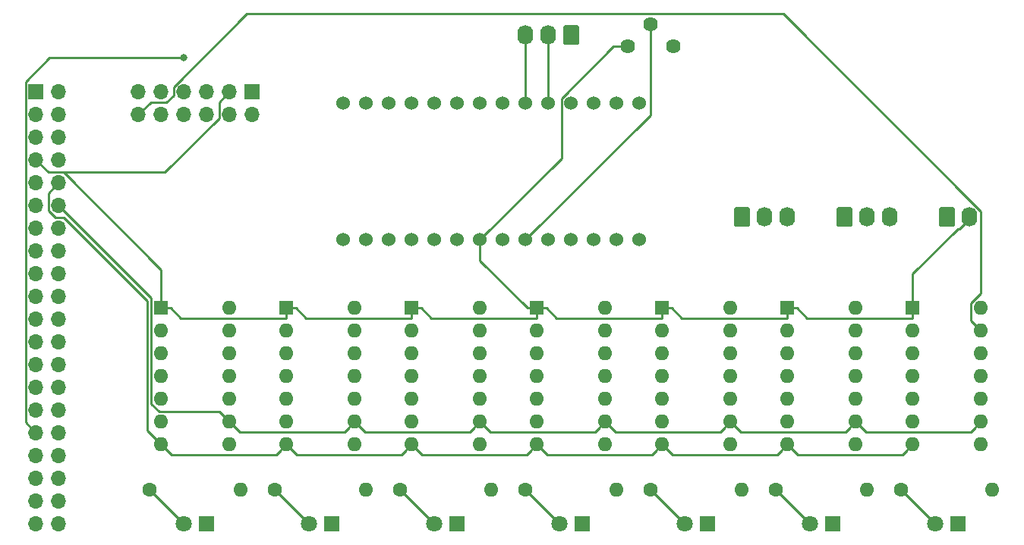
<source format=gtl>
G04 #@! TF.GenerationSoftware,KiCad,Pcbnew,5.1.5+dfsg1-2build2*
G04 #@! TF.CreationDate,2021-12-17T12:34:58-06:00*
G04 #@! TF.ProjectId,dna-puzzle-electronics,646e612d-7075-47a7-9a6c-652d656c6563,rev?*
G04 #@! TF.SameCoordinates,Original*
G04 #@! TF.FileFunction,Copper,L1,Top*
G04 #@! TF.FilePolarity,Positive*
%FSLAX46Y46*%
G04 Gerber Fmt 4.6, Leading zero omitted, Abs format (unit mm)*
G04 Created by KiCad (PCBNEW 5.1.5+dfsg1-2build2) date 2021-12-17 12:34:58*
%MOMM*%
%LPD*%
G04 APERTURE LIST*
%ADD10C,1.800000*%
%ADD11R,1.800000X1.800000*%
%ADD12O,1.740000X2.200000*%
%ADD13C,0.100000*%
%ADD14R,1.700000X1.700000*%
%ADD15O,1.700000X1.700000*%
%ADD16C,1.600000*%
%ADD17O,1.600000X1.600000*%
%ADD18C,1.620000*%
%ADD19R,1.600000X1.600000*%
%ADD20C,1.524000*%
%ADD21C,0.800000*%
%ADD22C,0.250000*%
G04 APERTURE END LIST*
D10*
X113030000Y-119380000D03*
D11*
X115570000Y-119380000D03*
X129540000Y-119380000D03*
D10*
X127000000Y-119380000D03*
X140970000Y-119380000D03*
D11*
X143510000Y-119380000D03*
X157480000Y-119380000D03*
D10*
X154940000Y-119380000D03*
X168910000Y-119380000D03*
D11*
X171450000Y-119380000D03*
X185420000Y-119380000D03*
D10*
X182880000Y-119380000D03*
D11*
X199390000Y-119380000D03*
D10*
X196850000Y-119380000D03*
D12*
X191770000Y-85090000D03*
X189230000Y-85090000D03*
G04 #@! TA.AperFunction,ComponentPad*
D13*
G36*
X187334505Y-83991204D02*
G01*
X187358773Y-83994804D01*
X187382572Y-84000765D01*
X187405671Y-84009030D01*
X187427850Y-84019520D01*
X187448893Y-84032132D01*
X187468599Y-84046747D01*
X187486777Y-84063223D01*
X187503253Y-84081401D01*
X187517868Y-84101107D01*
X187530480Y-84122150D01*
X187540970Y-84144329D01*
X187549235Y-84167428D01*
X187555196Y-84191227D01*
X187558796Y-84215495D01*
X187560000Y-84239999D01*
X187560000Y-85940001D01*
X187558796Y-85964505D01*
X187555196Y-85988773D01*
X187549235Y-86012572D01*
X187540970Y-86035671D01*
X187530480Y-86057850D01*
X187517868Y-86078893D01*
X187503253Y-86098599D01*
X187486777Y-86116777D01*
X187468599Y-86133253D01*
X187448893Y-86147868D01*
X187427850Y-86160480D01*
X187405671Y-86170970D01*
X187382572Y-86179235D01*
X187358773Y-86185196D01*
X187334505Y-86188796D01*
X187310001Y-86190000D01*
X186069999Y-86190000D01*
X186045495Y-86188796D01*
X186021227Y-86185196D01*
X185997428Y-86179235D01*
X185974329Y-86170970D01*
X185952150Y-86160480D01*
X185931107Y-86147868D01*
X185911401Y-86133253D01*
X185893223Y-86116777D01*
X185876747Y-86098599D01*
X185862132Y-86078893D01*
X185849520Y-86057850D01*
X185839030Y-86035671D01*
X185830765Y-86012572D01*
X185824804Y-85988773D01*
X185821204Y-85964505D01*
X185820000Y-85940001D01*
X185820000Y-84239999D01*
X185821204Y-84215495D01*
X185824804Y-84191227D01*
X185830765Y-84167428D01*
X185839030Y-84144329D01*
X185849520Y-84122150D01*
X185862132Y-84101107D01*
X185876747Y-84081401D01*
X185893223Y-84063223D01*
X185911401Y-84046747D01*
X185931107Y-84032132D01*
X185952150Y-84019520D01*
X185974329Y-84009030D01*
X185997428Y-84000765D01*
X186021227Y-83994804D01*
X186045495Y-83991204D01*
X186069999Y-83990000D01*
X187310001Y-83990000D01*
X187334505Y-83991204D01*
G37*
G04 #@! TD.AperFunction*
G04 #@! TA.AperFunction,ComponentPad*
G36*
X175904505Y-83991204D02*
G01*
X175928773Y-83994804D01*
X175952572Y-84000765D01*
X175975671Y-84009030D01*
X175997850Y-84019520D01*
X176018893Y-84032132D01*
X176038599Y-84046747D01*
X176056777Y-84063223D01*
X176073253Y-84081401D01*
X176087868Y-84101107D01*
X176100480Y-84122150D01*
X176110970Y-84144329D01*
X176119235Y-84167428D01*
X176125196Y-84191227D01*
X176128796Y-84215495D01*
X176130000Y-84239999D01*
X176130000Y-85940001D01*
X176128796Y-85964505D01*
X176125196Y-85988773D01*
X176119235Y-86012572D01*
X176110970Y-86035671D01*
X176100480Y-86057850D01*
X176087868Y-86078893D01*
X176073253Y-86098599D01*
X176056777Y-86116777D01*
X176038599Y-86133253D01*
X176018893Y-86147868D01*
X175997850Y-86160480D01*
X175975671Y-86170970D01*
X175952572Y-86179235D01*
X175928773Y-86185196D01*
X175904505Y-86188796D01*
X175880001Y-86190000D01*
X174639999Y-86190000D01*
X174615495Y-86188796D01*
X174591227Y-86185196D01*
X174567428Y-86179235D01*
X174544329Y-86170970D01*
X174522150Y-86160480D01*
X174501107Y-86147868D01*
X174481401Y-86133253D01*
X174463223Y-86116777D01*
X174446747Y-86098599D01*
X174432132Y-86078893D01*
X174419520Y-86057850D01*
X174409030Y-86035671D01*
X174400765Y-86012572D01*
X174394804Y-85988773D01*
X174391204Y-85964505D01*
X174390000Y-85940001D01*
X174390000Y-84239999D01*
X174391204Y-84215495D01*
X174394804Y-84191227D01*
X174400765Y-84167428D01*
X174409030Y-84144329D01*
X174419520Y-84122150D01*
X174432132Y-84101107D01*
X174446747Y-84081401D01*
X174463223Y-84063223D01*
X174481401Y-84046747D01*
X174501107Y-84032132D01*
X174522150Y-84019520D01*
X174544329Y-84009030D01*
X174567428Y-84000765D01*
X174591227Y-83994804D01*
X174615495Y-83991204D01*
X174639999Y-83990000D01*
X175880001Y-83990000D01*
X175904505Y-83991204D01*
G37*
G04 #@! TD.AperFunction*
D12*
X177800000Y-85090000D03*
X180340000Y-85090000D03*
G04 #@! TA.AperFunction,ComponentPad*
D13*
G36*
X198764505Y-83991204D02*
G01*
X198788773Y-83994804D01*
X198812572Y-84000765D01*
X198835671Y-84009030D01*
X198857850Y-84019520D01*
X198878893Y-84032132D01*
X198898599Y-84046747D01*
X198916777Y-84063223D01*
X198933253Y-84081401D01*
X198947868Y-84101107D01*
X198960480Y-84122150D01*
X198970970Y-84144329D01*
X198979235Y-84167428D01*
X198985196Y-84191227D01*
X198988796Y-84215495D01*
X198990000Y-84239999D01*
X198990000Y-85940001D01*
X198988796Y-85964505D01*
X198985196Y-85988773D01*
X198979235Y-86012572D01*
X198970970Y-86035671D01*
X198960480Y-86057850D01*
X198947868Y-86078893D01*
X198933253Y-86098599D01*
X198916777Y-86116777D01*
X198898599Y-86133253D01*
X198878893Y-86147868D01*
X198857850Y-86160480D01*
X198835671Y-86170970D01*
X198812572Y-86179235D01*
X198788773Y-86185196D01*
X198764505Y-86188796D01*
X198740001Y-86190000D01*
X197499999Y-86190000D01*
X197475495Y-86188796D01*
X197451227Y-86185196D01*
X197427428Y-86179235D01*
X197404329Y-86170970D01*
X197382150Y-86160480D01*
X197361107Y-86147868D01*
X197341401Y-86133253D01*
X197323223Y-86116777D01*
X197306747Y-86098599D01*
X197292132Y-86078893D01*
X197279520Y-86057850D01*
X197269030Y-86035671D01*
X197260765Y-86012572D01*
X197254804Y-85988773D01*
X197251204Y-85964505D01*
X197250000Y-85940001D01*
X197250000Y-84239999D01*
X197251204Y-84215495D01*
X197254804Y-84191227D01*
X197260765Y-84167428D01*
X197269030Y-84144329D01*
X197279520Y-84122150D01*
X197292132Y-84101107D01*
X197306747Y-84081401D01*
X197323223Y-84063223D01*
X197341401Y-84046747D01*
X197361107Y-84032132D01*
X197382150Y-84019520D01*
X197404329Y-84009030D01*
X197427428Y-84000765D01*
X197451227Y-83994804D01*
X197475495Y-83991204D01*
X197499999Y-83990000D01*
X198740001Y-83990000D01*
X198764505Y-83991204D01*
G37*
G04 #@! TD.AperFunction*
D12*
X200660000Y-85090000D03*
D14*
X96520000Y-71120000D03*
D15*
X99060000Y-71120000D03*
X96520000Y-73660000D03*
X99060000Y-73660000D03*
X96520000Y-76200000D03*
X99060000Y-76200000D03*
X96520000Y-78740000D03*
X99060000Y-78740000D03*
X96520000Y-81280000D03*
X99060000Y-81280000D03*
X96520000Y-83820000D03*
X99060000Y-83820000D03*
X96520000Y-86360000D03*
X99060000Y-86360000D03*
X96520000Y-88900000D03*
X99060000Y-88900000D03*
X96520000Y-91440000D03*
X99060000Y-91440000D03*
X96520000Y-93980000D03*
X99060000Y-93980000D03*
X96520000Y-96520000D03*
X99060000Y-96520000D03*
X96520000Y-99060000D03*
X99060000Y-99060000D03*
X96520000Y-101600000D03*
X99060000Y-101600000D03*
X96520000Y-104140000D03*
X99060000Y-104140000D03*
X96520000Y-106680000D03*
X99060000Y-106680000D03*
X96520000Y-109220000D03*
X99060000Y-109220000D03*
X96520000Y-111760000D03*
X99060000Y-111760000D03*
X96520000Y-114300000D03*
X99060000Y-114300000D03*
X96520000Y-116840000D03*
X99060000Y-116840000D03*
X96520000Y-119380000D03*
X99060000Y-119380000D03*
D14*
X120650000Y-71120000D03*
D15*
X120650000Y-73660000D03*
X118110000Y-71120000D03*
X118110000Y-73660000D03*
X115570000Y-71120000D03*
X115570000Y-73660000D03*
X113030000Y-71120000D03*
X113030000Y-73660000D03*
X110490000Y-71120000D03*
X110490000Y-73660000D03*
X107950000Y-71120000D03*
X107950000Y-73660000D03*
G04 #@! TA.AperFunction,ComponentPad*
D13*
G36*
X156854505Y-63671204D02*
G01*
X156878773Y-63674804D01*
X156902572Y-63680765D01*
X156925671Y-63689030D01*
X156947850Y-63699520D01*
X156968893Y-63712132D01*
X156988599Y-63726747D01*
X157006777Y-63743223D01*
X157023253Y-63761401D01*
X157037868Y-63781107D01*
X157050480Y-63802150D01*
X157060970Y-63824329D01*
X157069235Y-63847428D01*
X157075196Y-63871227D01*
X157078796Y-63895495D01*
X157080000Y-63919999D01*
X157080000Y-65620001D01*
X157078796Y-65644505D01*
X157075196Y-65668773D01*
X157069235Y-65692572D01*
X157060970Y-65715671D01*
X157050480Y-65737850D01*
X157037868Y-65758893D01*
X157023253Y-65778599D01*
X157006777Y-65796777D01*
X156988599Y-65813253D01*
X156968893Y-65827868D01*
X156947850Y-65840480D01*
X156925671Y-65850970D01*
X156902572Y-65859235D01*
X156878773Y-65865196D01*
X156854505Y-65868796D01*
X156830001Y-65870000D01*
X155589999Y-65870000D01*
X155565495Y-65868796D01*
X155541227Y-65865196D01*
X155517428Y-65859235D01*
X155494329Y-65850970D01*
X155472150Y-65840480D01*
X155451107Y-65827868D01*
X155431401Y-65813253D01*
X155413223Y-65796777D01*
X155396747Y-65778599D01*
X155382132Y-65758893D01*
X155369520Y-65737850D01*
X155359030Y-65715671D01*
X155350765Y-65692572D01*
X155344804Y-65668773D01*
X155341204Y-65644505D01*
X155340000Y-65620001D01*
X155340000Y-63919999D01*
X155341204Y-63895495D01*
X155344804Y-63871227D01*
X155350765Y-63847428D01*
X155359030Y-63824329D01*
X155369520Y-63802150D01*
X155382132Y-63781107D01*
X155396747Y-63761401D01*
X155413223Y-63743223D01*
X155431401Y-63726747D01*
X155451107Y-63712132D01*
X155472150Y-63699520D01*
X155494329Y-63689030D01*
X155517428Y-63680765D01*
X155541227Y-63674804D01*
X155565495Y-63671204D01*
X155589999Y-63670000D01*
X156830001Y-63670000D01*
X156854505Y-63671204D01*
G37*
G04 #@! TD.AperFunction*
D12*
X153670000Y-64770000D03*
X151130000Y-64770000D03*
D16*
X109220000Y-115570000D03*
D17*
X119380000Y-115570000D03*
D16*
X123190000Y-115570000D03*
D17*
X133350000Y-115570000D03*
D16*
X137160000Y-115570000D03*
D17*
X147320000Y-115570000D03*
X161290000Y-115570000D03*
D16*
X151130000Y-115570000D03*
D17*
X175260000Y-115570000D03*
D16*
X165100000Y-115570000D03*
D17*
X189230000Y-115570000D03*
D16*
X179070000Y-115570000D03*
X193040000Y-115570000D03*
D17*
X203200000Y-115570000D03*
D18*
X167560000Y-66040000D03*
X165060000Y-63540000D03*
X162560000Y-66040000D03*
D19*
X110490000Y-95250000D03*
D17*
X118110000Y-110490000D03*
X110490000Y-97790000D03*
X118110000Y-107950000D03*
X110490000Y-100330000D03*
X118110000Y-105410000D03*
X110490000Y-102870000D03*
X118110000Y-102870000D03*
X110490000Y-105410000D03*
X118110000Y-100330000D03*
X110490000Y-107950000D03*
X118110000Y-97790000D03*
X110490000Y-110490000D03*
X118110000Y-95250000D03*
X132080000Y-95250000D03*
X124460000Y-110490000D03*
X132080000Y-97790000D03*
X124460000Y-107950000D03*
X132080000Y-100330000D03*
X124460000Y-105410000D03*
X132080000Y-102870000D03*
X124460000Y-102870000D03*
X132080000Y-105410000D03*
X124460000Y-100330000D03*
X132080000Y-107950000D03*
X124460000Y-97790000D03*
X132080000Y-110490000D03*
D19*
X124460000Y-95250000D03*
X138430000Y-95250000D03*
D17*
X146050000Y-110490000D03*
X138430000Y-97790000D03*
X146050000Y-107950000D03*
X138430000Y-100330000D03*
X146050000Y-105410000D03*
X138430000Y-102870000D03*
X146050000Y-102870000D03*
X138430000Y-105410000D03*
X146050000Y-100330000D03*
X138430000Y-107950000D03*
X146050000Y-97790000D03*
X138430000Y-110490000D03*
X146050000Y-95250000D03*
X160020000Y-95250000D03*
X152400000Y-110490000D03*
X160020000Y-97790000D03*
X152400000Y-107950000D03*
X160020000Y-100330000D03*
X152400000Y-105410000D03*
X160020000Y-102870000D03*
X152400000Y-102870000D03*
X160020000Y-105410000D03*
X152400000Y-100330000D03*
X160020000Y-107950000D03*
X152400000Y-97790000D03*
X160020000Y-110490000D03*
D19*
X152400000Y-95250000D03*
X166370000Y-95250000D03*
D17*
X173990000Y-110490000D03*
X166370000Y-97790000D03*
X173990000Y-107950000D03*
X166370000Y-100330000D03*
X173990000Y-105410000D03*
X166370000Y-102870000D03*
X173990000Y-102870000D03*
X166370000Y-105410000D03*
X173990000Y-100330000D03*
X166370000Y-107950000D03*
X173990000Y-97790000D03*
X166370000Y-110490000D03*
X173990000Y-95250000D03*
D19*
X180340000Y-95250000D03*
D17*
X187960000Y-110490000D03*
X180340000Y-97790000D03*
X187960000Y-107950000D03*
X180340000Y-100330000D03*
X187960000Y-105410000D03*
X180340000Y-102870000D03*
X187960000Y-102870000D03*
X180340000Y-105410000D03*
X187960000Y-100330000D03*
X180340000Y-107950000D03*
X187960000Y-97790000D03*
X180340000Y-110490000D03*
X187960000Y-95250000D03*
X201930000Y-95250000D03*
X194310000Y-110490000D03*
X201930000Y-97790000D03*
X194310000Y-107950000D03*
X201930000Y-100330000D03*
X194310000Y-105410000D03*
X201930000Y-102870000D03*
X194310000Y-102870000D03*
X201930000Y-105410000D03*
X194310000Y-100330000D03*
X201930000Y-107950000D03*
X194310000Y-97790000D03*
X201930000Y-110490000D03*
D19*
X194310000Y-95250000D03*
D20*
X130810000Y-87630000D03*
X133350000Y-87630000D03*
X135890000Y-87630000D03*
X138430000Y-87630000D03*
X140970000Y-87630000D03*
X143510000Y-87630000D03*
X146050000Y-87630000D03*
X148590000Y-87630000D03*
X151130000Y-87630000D03*
X153670000Y-87630000D03*
X156210000Y-87630000D03*
X158750000Y-87630000D03*
X161290000Y-87630000D03*
X163830000Y-87630000D03*
X163830000Y-72390000D03*
X161290000Y-72390000D03*
X158750000Y-72390000D03*
X156210000Y-72390000D03*
X153670000Y-72390000D03*
X151130000Y-72390000D03*
X148590000Y-72390000D03*
X146050000Y-72390000D03*
X143510000Y-72390000D03*
X140970000Y-72390000D03*
X138430000Y-72390000D03*
X135890000Y-72390000D03*
X133350000Y-72390000D03*
X130810000Y-72390000D03*
D21*
X113030000Y-67310000D03*
D22*
X109220000Y-115570000D02*
X113030000Y-119380000D01*
X123190000Y-115570000D02*
X127000000Y-119380000D01*
X137160000Y-115570000D02*
X140970000Y-119380000D01*
X151130000Y-115570000D02*
X154940000Y-119380000D01*
X165100000Y-115570000D02*
X168910000Y-119380000D01*
X179070000Y-115570000D02*
X182880000Y-119380000D01*
X193040000Y-115570000D02*
X196850000Y-119380000D01*
X110490000Y-94200000D02*
X110490000Y-95250000D01*
X110490000Y-90970998D02*
X110490000Y-94200000D01*
X99624001Y-80104999D02*
X110490000Y-90970998D01*
X97884999Y-80104999D02*
X99624001Y-80104999D01*
X96520000Y-78740000D02*
X97884999Y-80104999D01*
X124460000Y-96300000D02*
X124460000Y-95250000D01*
X124384999Y-96375001D02*
X124460000Y-96300000D01*
X112665001Y-96375001D02*
X124384999Y-96375001D01*
X111540000Y-95250000D02*
X112665001Y-96375001D01*
X110490000Y-95250000D02*
X111540000Y-95250000D01*
X138430000Y-96300000D02*
X138430000Y-95250000D01*
X138354999Y-96375001D02*
X138430000Y-96300000D01*
X126635001Y-96375001D02*
X138354999Y-96375001D01*
X125510000Y-95250000D02*
X126635001Y-96375001D01*
X124460000Y-95250000D02*
X125510000Y-95250000D01*
X152400000Y-96300000D02*
X152400000Y-95250000D01*
X152324999Y-96375001D02*
X152400000Y-96300000D01*
X140605001Y-96375001D02*
X152324999Y-96375001D01*
X139480000Y-95250000D02*
X140605001Y-96375001D01*
X138430000Y-95250000D02*
X139480000Y-95250000D01*
X166370000Y-96300000D02*
X166370000Y-95250000D01*
X154575001Y-96375001D02*
X166294999Y-96375001D01*
X153450000Y-95250000D02*
X154575001Y-96375001D01*
X166294999Y-96375001D02*
X166370000Y-96300000D01*
X152400000Y-95250000D02*
X153450000Y-95250000D01*
X180340000Y-96300000D02*
X180340000Y-95250000D01*
X180264999Y-96375001D02*
X180340000Y-96300000D01*
X168545001Y-96375001D02*
X180264999Y-96375001D01*
X167420000Y-95250000D02*
X168545001Y-96375001D01*
X166370000Y-95250000D02*
X167420000Y-95250000D01*
X194310000Y-96300000D02*
X194310000Y-95250000D01*
X194234999Y-96375001D02*
X194310000Y-96300000D01*
X182515001Y-96375001D02*
X194234999Y-96375001D01*
X181390000Y-95250000D02*
X182515001Y-96375001D01*
X180340000Y-95250000D02*
X181390000Y-95250000D01*
X200660000Y-85320000D02*
X200660000Y-85090000D01*
X199540000Y-86440000D02*
X200660000Y-85320000D01*
X199310000Y-86440000D02*
X199540000Y-86440000D01*
X194310000Y-91440000D02*
X199310000Y-86440000D01*
X194310000Y-95250000D02*
X194310000Y-91440000D01*
X151350000Y-95250000D02*
X152400000Y-95250000D01*
X146050000Y-89950000D02*
X151350000Y-95250000D01*
X146050000Y-87630000D02*
X146050000Y-89950000D01*
X110864003Y-80104999D02*
X99624001Y-80104999D01*
X116934999Y-74034003D02*
X110864003Y-80104999D01*
X116934999Y-72295001D02*
X116934999Y-74034003D01*
X118110000Y-71120000D02*
X116934999Y-72295001D01*
X161414488Y-66040000D02*
X162560000Y-66040000D01*
X155122999Y-71868239D02*
X160951238Y-66040000D01*
X155122999Y-78557001D02*
X155122999Y-71868239D01*
X160951238Y-66040000D02*
X161414488Y-66040000D01*
X146050000Y-87630000D02*
X155122999Y-78557001D01*
X95344999Y-70009999D02*
X98044998Y-67310000D01*
X95344999Y-108044999D02*
X95344999Y-70009999D01*
X96520000Y-109220000D02*
X95344999Y-108044999D01*
X98044998Y-67310000D02*
X113030000Y-67310000D01*
X113030000Y-67310000D02*
X113030000Y-67310000D01*
X117310001Y-107150001D02*
X118110000Y-107950000D01*
X110239997Y-106824999D02*
X116984999Y-106824999D01*
X109364999Y-105950001D02*
X110239997Y-106824999D01*
X116984999Y-106824999D02*
X117310001Y-107150001D01*
X109364999Y-94124999D02*
X109364999Y-105950001D01*
X99060000Y-83820000D02*
X109364999Y-94124999D01*
X130954999Y-109075001D02*
X131280001Y-108749999D01*
X131280001Y-108749999D02*
X132080000Y-107950000D01*
X119235001Y-109075001D02*
X130954999Y-109075001D01*
X118110000Y-107950000D02*
X119235001Y-109075001D01*
X145250001Y-108749999D02*
X146050000Y-107950000D01*
X144924999Y-109075001D02*
X145250001Y-108749999D01*
X133205001Y-109075001D02*
X144924999Y-109075001D01*
X132080000Y-107950000D02*
X133205001Y-109075001D01*
X159220001Y-108749999D02*
X160020000Y-107950000D01*
X158894999Y-109075001D02*
X159220001Y-108749999D01*
X147175001Y-109075001D02*
X158894999Y-109075001D01*
X146050000Y-107950000D02*
X147175001Y-109075001D01*
X173190001Y-108749999D02*
X173990000Y-107950000D01*
X172864999Y-109075001D02*
X173190001Y-108749999D01*
X161145001Y-109075001D02*
X172864999Y-109075001D01*
X160020000Y-107950000D02*
X161145001Y-109075001D01*
X187160001Y-108749999D02*
X187960000Y-107950000D01*
X186834999Y-109075001D02*
X187160001Y-108749999D01*
X175115001Y-109075001D02*
X186834999Y-109075001D01*
X173990000Y-107950000D02*
X175115001Y-109075001D01*
X201130001Y-108749999D02*
X201930000Y-107950000D01*
X189085001Y-109075001D02*
X200804999Y-109075001D01*
X200804999Y-109075001D02*
X201130001Y-108749999D01*
X187960000Y-107950000D02*
X189085001Y-109075001D01*
X123660001Y-111289999D02*
X124460000Y-110490000D01*
X123334999Y-111615001D02*
X123660001Y-111289999D01*
X111615001Y-111615001D02*
X123334999Y-111615001D01*
X110490000Y-110490000D02*
X111615001Y-111615001D01*
X137630001Y-111289999D02*
X138430000Y-110490000D01*
X137304999Y-111615001D02*
X137630001Y-111289999D01*
X125585001Y-111615001D02*
X137304999Y-111615001D01*
X124460000Y-110490000D02*
X125585001Y-111615001D01*
X151600001Y-111289999D02*
X152400000Y-110490000D01*
X151274999Y-111615001D02*
X151600001Y-111289999D01*
X139555001Y-111615001D02*
X151274999Y-111615001D01*
X138430000Y-110490000D02*
X139555001Y-111615001D01*
X165244999Y-111615001D02*
X165570001Y-111289999D01*
X153525001Y-111615001D02*
X165244999Y-111615001D01*
X165570001Y-111289999D02*
X166370000Y-110490000D01*
X152400000Y-110490000D02*
X153525001Y-111615001D01*
X179540001Y-111289999D02*
X180340000Y-110490000D01*
X179214999Y-111615001D02*
X179540001Y-111289999D01*
X167495001Y-111615001D02*
X179214999Y-111615001D01*
X166370000Y-110490000D02*
X167495001Y-111615001D01*
X193510001Y-111289999D02*
X194310000Y-110490000D01*
X193184999Y-111615001D02*
X193510001Y-111289999D01*
X181465001Y-111615001D02*
X193184999Y-111615001D01*
X180340000Y-110490000D02*
X181465001Y-111615001D01*
X108914989Y-108914989D02*
X109690001Y-109690001D01*
X99624001Y-85184999D02*
X108914989Y-94475987D01*
X97884999Y-84384001D02*
X98685997Y-85184999D01*
X109690001Y-109690001D02*
X110490000Y-110490000D01*
X98685997Y-85184999D02*
X99624001Y-85184999D01*
X97884999Y-82455001D02*
X97884999Y-84384001D01*
X108914989Y-94475987D02*
X108914989Y-108914989D01*
X99060000Y-81280000D02*
X97884999Y-82455001D01*
X200804999Y-94709999D02*
X200804999Y-96664999D01*
X201930000Y-84440001D02*
X201930000Y-93584998D01*
X179894998Y-62404999D02*
X201930000Y-84440001D01*
X201930000Y-93584998D02*
X200804999Y-94709999D01*
X120005999Y-62404999D02*
X179894998Y-62404999D01*
X111854999Y-70555999D02*
X120005999Y-62404999D01*
X200804999Y-96664999D02*
X201130001Y-96990001D01*
X111854999Y-71494003D02*
X111854999Y-70555999D01*
X111054001Y-72295001D02*
X111854999Y-71494003D01*
X109314999Y-72295001D02*
X111054001Y-72295001D01*
X201130001Y-96990001D02*
X201930000Y-97790000D01*
X107950000Y-73660000D02*
X109314999Y-72295001D01*
X151130000Y-64770000D02*
X151130000Y-72390000D01*
X153670000Y-72390000D02*
X153670000Y-64770000D01*
X165060000Y-73700000D02*
X151130000Y-87630000D01*
X165060000Y-63540000D02*
X165060000Y-73700000D01*
M02*

</source>
